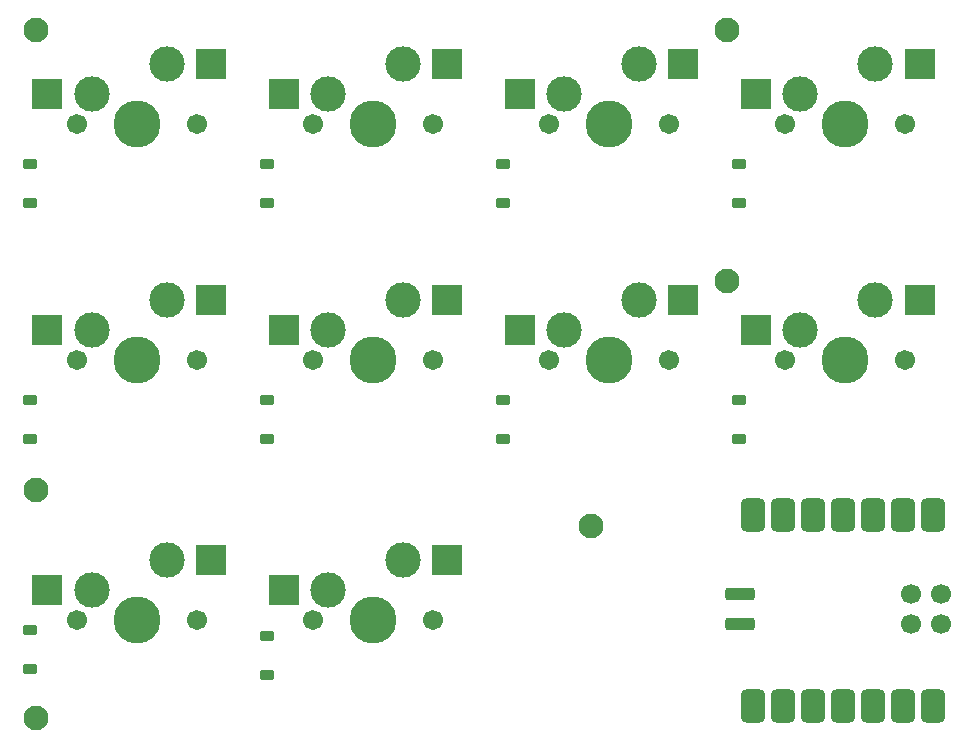
<source format=gbr>
%TF.GenerationSoftware,KiCad,Pcbnew,9.0.1*%
%TF.CreationDate,2025-05-28T21:14:19+10:00*%
%TF.ProjectId,macroCAD,6d616372-6f43-4414-942e-6b696361645f,rev?*%
%TF.SameCoordinates,Original*%
%TF.FileFunction,Soldermask,Bot*%
%TF.FilePolarity,Negative*%
%FSLAX46Y46*%
G04 Gerber Fmt 4.6, Leading zero omitted, Abs format (unit mm)*
G04 Created by KiCad (PCBNEW 9.0.1) date 2025-05-28 21:14:19*
%MOMM*%
%LPD*%
G01*
G04 APERTURE LIST*
G04 Aperture macros list*
%AMRoundRect*
0 Rectangle with rounded corners*
0 $1 Rounding radius*
0 $2 $3 $4 $5 $6 $7 $8 $9 X,Y pos of 4 corners*
0 Add a 4 corners polygon primitive as box body*
4,1,4,$2,$3,$4,$5,$6,$7,$8,$9,$2,$3,0*
0 Add four circle primitives for the rounded corners*
1,1,$1+$1,$2,$3*
1,1,$1+$1,$4,$5*
1,1,$1+$1,$6,$7*
1,1,$1+$1,$8,$9*
0 Add four rect primitives between the rounded corners*
20,1,$1+$1,$2,$3,$4,$5,0*
20,1,$1+$1,$4,$5,$6,$7,0*
20,1,$1+$1,$6,$7,$8,$9,0*
20,1,$1+$1,$8,$9,$2,$3,0*%
G04 Aperture macros list end*
%ADD10C,1.701800*%
%ADD11C,3.000000*%
%ADD12C,3.987800*%
%ADD13R,2.550000X2.500000*%
%ADD14C,2.100000*%
%ADD15RoundRect,0.225000X0.375000X-0.225000X0.375000X0.225000X-0.375000X0.225000X-0.375000X-0.225000X0*%
%ADD16RoundRect,0.525400X0.525400X-0.900400X0.525400X0.900400X-0.525400X0.900400X-0.525400X-0.900400X0*%
%ADD17RoundRect,0.275000X0.975000X0.275000X-0.975000X0.275000X-0.975000X-0.275000X0.975000X-0.275000X0*%
%ADD18C,1.700000*%
G04 APERTURE END LIST*
D10*
%TO.C,SW1*%
X74920000Y-30000000D03*
D11*
X76190000Y-27460000D03*
D12*
X80000000Y-30000000D03*
D11*
X82540000Y-24920000D03*
D10*
X85080000Y-30000000D03*
D13*
X86290000Y-24920000D03*
X72440000Y-27460000D03*
%TD*%
D14*
%TO.C,REF\u002A\u002A*%
X71500000Y-22000000D03*
%TD*%
D10*
%TO.C,SW5*%
X74920000Y-50000000D03*
D11*
X76190000Y-47460000D03*
D12*
X80000000Y-50000000D03*
D11*
X82540000Y-44920000D03*
D10*
X85080000Y-50000000D03*
D13*
X86290000Y-44920000D03*
X72440000Y-47460000D03*
%TD*%
D10*
%TO.C,SW2*%
X94920000Y-30000000D03*
D11*
X96190000Y-27460000D03*
D12*
X100000000Y-30000000D03*
D11*
X102540000Y-24920000D03*
D10*
X105080000Y-30000000D03*
D13*
X106290000Y-24920000D03*
X92440000Y-27460000D03*
%TD*%
D10*
%TO.C,SW6*%
X94920000Y-50000000D03*
D11*
X96190000Y-47460000D03*
D12*
X100000000Y-50000000D03*
D11*
X102540000Y-44920000D03*
D10*
X105080000Y-50000000D03*
D13*
X106290000Y-44920000D03*
X92440000Y-47460000D03*
%TD*%
D14*
%TO.C,REF\u002A\u002A*%
X130000000Y-43250000D03*
%TD*%
%TO.C,REF\u002A\u002A*%
X71500000Y-61000000D03*
%TD*%
D10*
%TO.C,SW4*%
X134920000Y-30000000D03*
D11*
X136190000Y-27460000D03*
D12*
X140000000Y-30000000D03*
D11*
X142540000Y-24920000D03*
D10*
X145080000Y-30000000D03*
D13*
X146290000Y-24920000D03*
X132440000Y-27460000D03*
%TD*%
D10*
%TO.C,SW3*%
X114920000Y-30000000D03*
D11*
X116190000Y-27460000D03*
D12*
X120000000Y-30000000D03*
D11*
X122540000Y-24920000D03*
D10*
X125080000Y-30000000D03*
D13*
X126290000Y-24920000D03*
X112440000Y-27460000D03*
%TD*%
D10*
%TO.C,SW9*%
X74920000Y-72000000D03*
D11*
X76190000Y-69460000D03*
D12*
X80000000Y-72000000D03*
D11*
X82540000Y-66920000D03*
D10*
X85080000Y-72000000D03*
D13*
X86290000Y-66920000D03*
X72440000Y-69460000D03*
%TD*%
D14*
%TO.C,REF\u002A\u002A*%
X118500000Y-64000000D03*
%TD*%
%TO.C,REF\u002A\u002A*%
X130000000Y-22000000D03*
%TD*%
%TO.C,REF\u002A\u002A*%
X71500000Y-80250000D03*
%TD*%
D10*
%TO.C,SW8*%
X134920000Y-50000000D03*
D11*
X136190000Y-47460000D03*
D12*
X140000000Y-50000000D03*
D11*
X142540000Y-44920000D03*
D10*
X145080000Y-50000000D03*
D13*
X146290000Y-44920000D03*
X132440000Y-47460000D03*
%TD*%
D10*
%TO.C,SW7*%
X114920000Y-50000000D03*
D11*
X116190000Y-47460000D03*
D12*
X120000000Y-50000000D03*
D11*
X122540000Y-44920000D03*
D10*
X125080000Y-50000000D03*
D13*
X126290000Y-44920000D03*
X112440000Y-47460000D03*
%TD*%
D10*
%TO.C,SW10*%
X94920000Y-72000000D03*
D11*
X96190000Y-69460000D03*
D12*
X100000000Y-72000000D03*
D11*
X102540000Y-66920000D03*
D10*
X105080000Y-72000000D03*
D13*
X106290000Y-66920000D03*
X92440000Y-69460000D03*
%TD*%
D15*
%TO.C,D3*%
X111000000Y-36650000D03*
X111000000Y-33350000D03*
%TD*%
%TO.C,D2*%
X91000000Y-36650000D03*
X91000000Y-33350000D03*
%TD*%
%TO.C,D9*%
X71000000Y-76150000D03*
X71000000Y-72850000D03*
%TD*%
%TO.C,D7*%
X111000000Y-56650000D03*
X111000000Y-53350000D03*
%TD*%
%TO.C,D10*%
X91000000Y-76650000D03*
X91000000Y-73350000D03*
%TD*%
D16*
%TO.C,U1*%
X147389750Y-79245500D03*
X144849750Y-79245500D03*
X142309750Y-79245500D03*
X139769750Y-79245500D03*
X137229750Y-79245500D03*
X134689750Y-79245500D03*
X132149750Y-79245500D03*
X132149750Y-63080500D03*
X134689750Y-63080500D03*
X137229750Y-63080500D03*
X139769750Y-63080500D03*
X142309750Y-63080500D03*
X144849750Y-63080500D03*
X147389750Y-63080500D03*
D17*
X131129750Y-72333500D03*
X131129750Y-69793500D03*
D18*
X148147750Y-72333500D03*
X148147750Y-69793500D03*
X145607750Y-72333500D03*
X145607750Y-69793500D03*
%TD*%
D15*
%TO.C,D5*%
X71000000Y-56650000D03*
X71000000Y-53350000D03*
%TD*%
%TO.C,D4*%
X131000000Y-36650000D03*
X131000000Y-33350000D03*
%TD*%
%TO.C,D6*%
X91000000Y-56650000D03*
X91000000Y-53350000D03*
%TD*%
%TO.C,D1*%
X71000000Y-36650000D03*
X71000000Y-33350000D03*
%TD*%
%TO.C,D8*%
X131000000Y-56650000D03*
X131000000Y-53350000D03*
%TD*%
M02*

</source>
